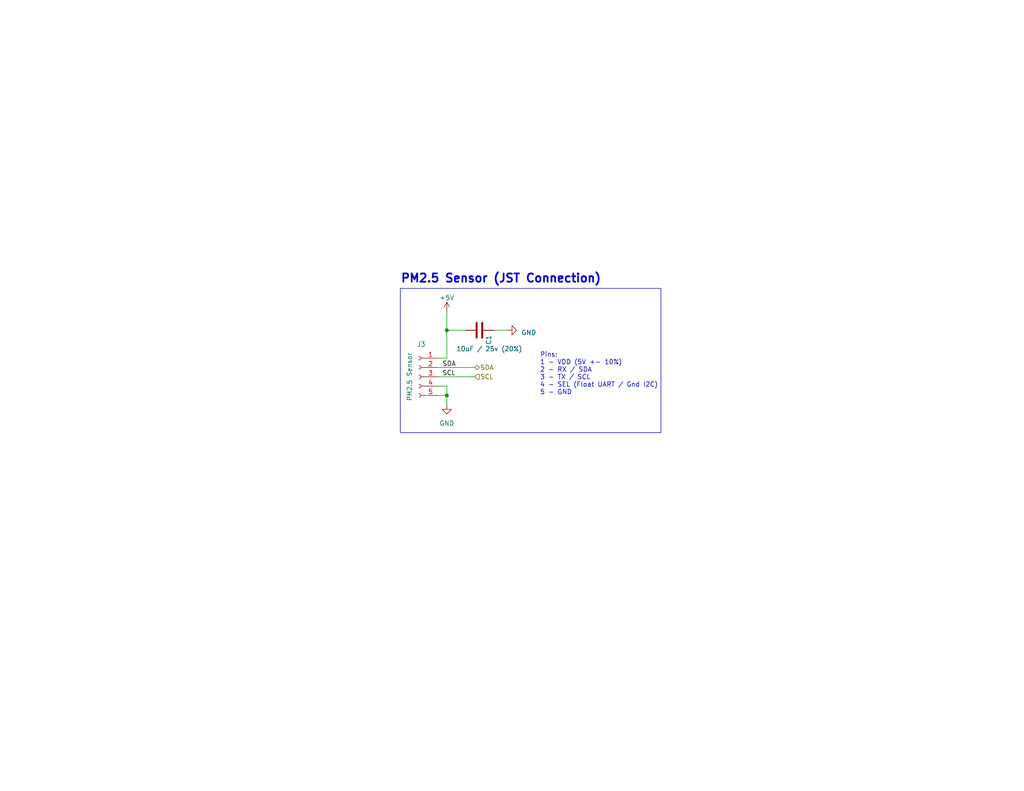
<source format=kicad_sch>
(kicad_sch (version 20230121) (generator eeschema)
  (paper "USLetter")
  (title_block (title "Kwartzlab Environmental Sensor") (date "2023-04-04") (rev "2") (company "Created By: Erin Reed (FireLabs - www.firelabs.ca)"))
  (lib_symbols
    (symbol "Connector:Conn_01x05_Socket" (pin_names (offset 1.016) hide)
      (property "Reference" "J" (at 0 7.62 0))
      (property "Value" "Conn_01x05_Socket" (at 0 -7.62 0))
      (symbol "Conn_01x05_Socket_1_1"
        (arc (start 0 -4.572) (mid -0.5058 -5.08) (end 0 -5.588) (stroke (width 0.1524)))
        (arc (start 0 -2.032) (mid -0.5058 -2.54) (end 0 -3.048) (stroke (width 0.1524)))
        (polyline (pts (xy -1.27 -5.08) (xy -0.508 -5.08)) (stroke (width 0.1524)))
        (polyline (pts (xy -1.27 -2.54) (xy -0.508 -2.54)) (stroke (width 0.1524)))
        (polyline (pts (xy -1.27 0) (xy -0.508 0)) (stroke (width 0.1524)))
        (polyline (pts (xy -1.27 2.54) (xy -0.508 2.54)) (stroke (width 0.1524)))
        (polyline (pts (xy -1.27 5.08) (xy -0.508 5.08)) (stroke (width 0.1524)))
        (arc (start 0 0.508) (mid -0.5058 0) (end 0 -0.508) (stroke (width 0.1524)))
        (arc (start 0 3.048) (mid -0.5058 2.54) (end 0 2.032) (stroke (width 0.1524)))
        (arc (start 0 5.588) (mid -0.5058 5.08) (end 0 4.572) (stroke (width 0.1524)))
        (pin passive line (at -5.08 5.08 0) (length 3.81) (name "Pin_1") (number "1"))
        (pin passive line (at -5.08 2.54 0) (length 3.81) (name "Pin_2") (number "2"))
        (pin passive line (at -5.08 0 0) (length 3.81) (name "Pin_3") (number "3"))
        (pin passive line (at -5.08 -2.54 0) (length 3.81) (name "Pin_4") (number "4"))
        (pin passive line (at -5.08 -5.08 0) (length 3.81) (name "Pin_5") (number "5"))
      )
    )
    (symbol "Device:C" (pin_numbers hide) (pin_names (offset 0.254))
      (property "Reference" "C" (at 0.635 2.54 0))
      (property "Value" "C" (at 0.635 -2.54 0))
      (symbol "C_0_1"
        (polyline (pts (xy -2.032 -0.762) (xy 2.032 -0.762)) (stroke (width 0.508)))
        (polyline (pts (xy -2.032 0.762) (xy 2.032 0.762)) (stroke (width 0.508)))
      )
      (symbol "C_1_1"
        (pin passive line (at 0 3.81 270) (length 2.794) (name "~") (number "1"))
        (pin passive line (at 0 -3.81 90) (length 2.794) (name "~") (number "2"))
      )
    )
    (symbol "power:+5V" (power) (pin_names (offset 0))
      (property "Value" "+5V" (at 0 3.556 0))
      (symbol "+5V_0_1"
        (polyline (pts (xy -0.762 1.27) (xy 0 2.54)))
        (polyline (pts (xy 0 0) (xy 0 2.54)))
        (polyline (pts (xy 0 2.54) (xy 0.762 1.27)))
      )
      (symbol "+5V_1_1"
        (pin power_in line (at 0 0 90) (length 0) hide (name "+5V") (number "1"))
      )
    )
    (symbol "power:GND" (power) (pin_names (offset 0))
      (property "Value" "GND" (at 0 -3.81 0))
      (symbol "GND_0_1"
        (polyline (pts (xy 0 0) (xy 0 -1.27) (xy 1.27 -1.27) (xy 0 -2.54) (xy -1.27 -1.27) (xy 0 -1.27)))
      )
      (symbol "GND_1_1"
        (pin power_in line (at 0 0 270) (length 0) hide (name "GND") (number "1"))
      )
    )
  )
  (junction (at 121.92 107.95))
  (junction (at 121.92 90.17))
  (wire (pts (xy 119.38 107.95) (xy 121.92 107.95)))
  (wire (pts (xy 119.38 105.41) (xy 121.92 105.41)))
  (wire (pts (xy 119.38 97.79) (xy 121.92 97.79)))
  (wire (pts (xy 121.92 97.79) (xy 121.92 90.17)))
  (wire (pts (xy 121.92 107.95) (xy 121.92 110.49)))
  (wire (pts (xy 121.92 90.17) (xy 121.92 85.09)))
  (wire (pts (xy 134.62 90.17) (xy 138.43 90.17)))
  (wire (pts (xy 119.38 102.87) (xy 129.54 102.87)))
  (wire (pts (xy 119.38 100.33) (xy 129.54 100.33)))
  (wire (pts (xy 121.92 90.17) (xy 127 90.17)))
  (wire (pts (xy 121.92 105.41) (xy 121.92 107.95)))
  (rectangle (start 109.22 78.74) (end 180.34 118.11))
  (text "PM2.5 Sensor (JST Connection)" (at 109.22 77.47 0) (effects (font (size 2.27 2.27) (thickness 0.454) bold) (justify left bottom)))
  (text "Pins:\n1 - VDD (5V +- 10%)\n2 - RX / SDA\n3 - TX / SCL\n4 - SEL (Float UART / Gnd I2C)\n5 - GND" (at 147.32 107.95 0) (effects (font (size 1.27 1.27)) (justify left bottom)))
  (label "SCL" (at 120.65 102.87 0))
  (label "SDA" (at 120.65 100.33 0))
  (hierarchical_label "SCL" (shape input) (at 129.54 102.87 0))
  (hierarchical_label "SDA" (shape bidirectional) (at 129.54 100.33 0))
  (symbol (lib_id "Device:C") (at 130.81 90.17 90) (unit 1)
    (property "Reference" "C1" (at 133.35 91.44 0) (effects (justify right)))
    (property "Value" "10uF / 25v (20%)" (at 124.46 95.25 90) (effects (justify right)))
    (property "Footprint" "Capacitor_SMD:C_0603_1608Metric" (effects hide))
    (instances (project "KwartzLab-SensorBoard-Rev2" (path "" (reference "C1") (unit 1)) (path "" (reference "C13") (unit 1))) (project "ic_esp32_wroom_32" (path "" (reference "C1") (unit 1))) (project "ic_esp32_c3_mini" (path "" (reference "C?") (unit 1))))
  )
  (symbol (lib_id "Connector:Conn_01x05_Socket") (at 114.3 102.87 0) (mirror y) (unit 1)
    (property "Reference" "J3" (at 114.935 93.98 0))
    (property "Value" "PM2.5 Sensor" (at 111.76 102.87 90))
    (property "Footprint" "Connector_JST:JST_ZH_B5B-ZR_1x05_P1.50mm_Vertical" (effects hide))
  )
  (symbol (lib_id "power:GND") (at 121.92 110.49 0) (unit 1)
    (property "Reference" "#PWR044" (effects hide))
    (property "Value" "GND" (at 121.92 115.57 0))
  )
  (symbol (lib_id "power:GND") (at 138.43 90.17 90) (unit 1)
    (property "Reference" "#PWR045" (effects hide))
    (property "Value" "GND" (at 142.24 90.805 90) (effects (justify right)))
  )
  (symbol (lib_id "power:+5V") (at 121.92 85.09 0) (unit 1)
    (property "Reference" "#PWR043" (effects hide))
    (property "Value" "+5V" (at 121.92 81.28 0))
  )
)
</source>
